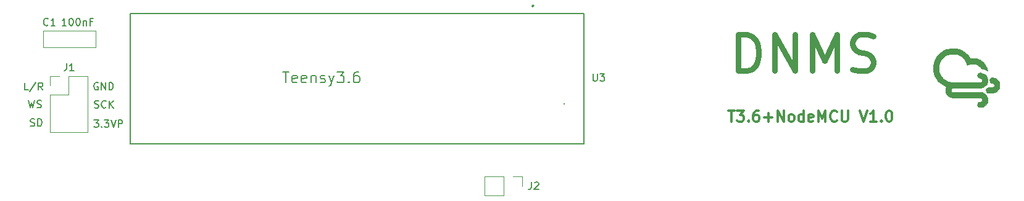
<source format=gbr>
G04 #@! TF.GenerationSoftware,KiCad,Pcbnew,(5.1.4)-1*
G04 #@! TF.CreationDate,2019-11-19T17:41:37+01:00*
G04 #@! TF.ProjectId,DNMS,444e4d53-2e6b-4696-9361-645f70636258,0.9.0*
G04 #@! TF.SameCoordinates,Original*
G04 #@! TF.FileFunction,Legend,Top*
G04 #@! TF.FilePolarity,Positive*
%FSLAX46Y46*%
G04 Gerber Fmt 4.6, Leading zero omitted, Abs format (unit mm)*
G04 Created by KiCad (PCBNEW (5.1.4)-1) date 2019-11-19 17:41:37*
%MOMM*%
%LPD*%
G04 APERTURE LIST*
%ADD10C,0.150000*%
%ADD11C,0.300000*%
%ADD12C,0.750000*%
%ADD13C,0.120000*%
%ADD14C,0.127000*%
%ADD15C,0.152400*%
%ADD16C,0.010000*%
%ADD17C,0.200000*%
G04 APERTURE END LIST*
D10*
X61080965Y-77801101D02*
X61223822Y-77848720D01*
X61461918Y-77848720D01*
X61557156Y-77801101D01*
X61604775Y-77753482D01*
X61652394Y-77658244D01*
X61652394Y-77563006D01*
X61604775Y-77467768D01*
X61557156Y-77420149D01*
X61461918Y-77372530D01*
X61271441Y-77324911D01*
X61176203Y-77277292D01*
X61128584Y-77229673D01*
X61080965Y-77134435D01*
X61080965Y-77039197D01*
X61128584Y-76943959D01*
X61176203Y-76896340D01*
X61271441Y-76848720D01*
X61509537Y-76848720D01*
X61652394Y-76896340D01*
X62652394Y-77753482D02*
X62604775Y-77801101D01*
X62461918Y-77848720D01*
X62366680Y-77848720D01*
X62223822Y-77801101D01*
X62128584Y-77705863D01*
X62080965Y-77610625D01*
X62033346Y-77420149D01*
X62033346Y-77277292D01*
X62080965Y-77086816D01*
X62128584Y-76991578D01*
X62223822Y-76896340D01*
X62366680Y-76848720D01*
X62461918Y-76848720D01*
X62604775Y-76896340D01*
X62652394Y-76943959D01*
X63080965Y-77848720D02*
X63080965Y-76848720D01*
X63652394Y-77848720D02*
X63223822Y-77277292D01*
X63652394Y-76848720D02*
X63080965Y-77420149D01*
D11*
X147992451Y-78228451D02*
X148849594Y-78228451D01*
X148421022Y-79728451D02*
X148421022Y-78228451D01*
X149206737Y-78228451D02*
X150135308Y-78228451D01*
X149635308Y-78799880D01*
X149849594Y-78799880D01*
X149992451Y-78871308D01*
X150063880Y-78942737D01*
X150135308Y-79085594D01*
X150135308Y-79442737D01*
X150063880Y-79585594D01*
X149992451Y-79657022D01*
X149849594Y-79728451D01*
X149421022Y-79728451D01*
X149278165Y-79657022D01*
X149206737Y-79585594D01*
X150778165Y-79585594D02*
X150849594Y-79657022D01*
X150778165Y-79728451D01*
X150706737Y-79657022D01*
X150778165Y-79585594D01*
X150778165Y-79728451D01*
X152135308Y-78228451D02*
X151849594Y-78228451D01*
X151706737Y-78299880D01*
X151635308Y-78371308D01*
X151492451Y-78585594D01*
X151421022Y-78871308D01*
X151421022Y-79442737D01*
X151492451Y-79585594D01*
X151563880Y-79657022D01*
X151706737Y-79728451D01*
X151992451Y-79728451D01*
X152135308Y-79657022D01*
X152206737Y-79585594D01*
X152278165Y-79442737D01*
X152278165Y-79085594D01*
X152206737Y-78942737D01*
X152135308Y-78871308D01*
X151992451Y-78799880D01*
X151706737Y-78799880D01*
X151563880Y-78871308D01*
X151492451Y-78942737D01*
X151421022Y-79085594D01*
X152921022Y-79157022D02*
X154063880Y-79157022D01*
X153492451Y-79728451D02*
X153492451Y-78585594D01*
X154778165Y-79728451D02*
X154778165Y-78228451D01*
X155635308Y-79728451D01*
X155635308Y-78228451D01*
X156563880Y-79728451D02*
X156421022Y-79657022D01*
X156349594Y-79585594D01*
X156278165Y-79442737D01*
X156278165Y-79014165D01*
X156349594Y-78871308D01*
X156421022Y-78799880D01*
X156563880Y-78728451D01*
X156778165Y-78728451D01*
X156921022Y-78799880D01*
X156992451Y-78871308D01*
X157063880Y-79014165D01*
X157063880Y-79442737D01*
X156992451Y-79585594D01*
X156921022Y-79657022D01*
X156778165Y-79728451D01*
X156563880Y-79728451D01*
X158349594Y-79728451D02*
X158349594Y-78228451D01*
X158349594Y-79657022D02*
X158206737Y-79728451D01*
X157921022Y-79728451D01*
X157778165Y-79657022D01*
X157706737Y-79585594D01*
X157635308Y-79442737D01*
X157635308Y-79014165D01*
X157706737Y-78871308D01*
X157778165Y-78799880D01*
X157921022Y-78728451D01*
X158206737Y-78728451D01*
X158349594Y-78799880D01*
X159635308Y-79657022D02*
X159492451Y-79728451D01*
X159206737Y-79728451D01*
X159063880Y-79657022D01*
X158992451Y-79514165D01*
X158992451Y-78942737D01*
X159063880Y-78799880D01*
X159206737Y-78728451D01*
X159492451Y-78728451D01*
X159635308Y-78799880D01*
X159706737Y-78942737D01*
X159706737Y-79085594D01*
X158992451Y-79228451D01*
X160349594Y-79728451D02*
X160349594Y-78228451D01*
X160849594Y-79299880D01*
X161349594Y-78228451D01*
X161349594Y-79728451D01*
X162921022Y-79585594D02*
X162849594Y-79657022D01*
X162635308Y-79728451D01*
X162492451Y-79728451D01*
X162278165Y-79657022D01*
X162135308Y-79514165D01*
X162063880Y-79371308D01*
X161992451Y-79085594D01*
X161992451Y-78871308D01*
X162063880Y-78585594D01*
X162135308Y-78442737D01*
X162278165Y-78299880D01*
X162492451Y-78228451D01*
X162635308Y-78228451D01*
X162849594Y-78299880D01*
X162921022Y-78371308D01*
X163563880Y-78228451D02*
X163563880Y-79442737D01*
X163635308Y-79585594D01*
X163706737Y-79657022D01*
X163849594Y-79728451D01*
X164135308Y-79728451D01*
X164278165Y-79657022D01*
X164349594Y-79585594D01*
X164421022Y-79442737D01*
X164421022Y-78228451D01*
X166063880Y-78228451D02*
X166563880Y-79728451D01*
X167063880Y-78228451D01*
X168349594Y-79728451D02*
X167492451Y-79728451D01*
X167921022Y-79728451D02*
X167921022Y-78228451D01*
X167778165Y-78442737D01*
X167635308Y-78585594D01*
X167492451Y-78657022D01*
X168992451Y-79585594D02*
X169063880Y-79657022D01*
X168992451Y-79728451D01*
X168921022Y-79657022D01*
X168992451Y-79585594D01*
X168992451Y-79728451D01*
X169992451Y-78228451D02*
X170135308Y-78228451D01*
X170278165Y-78299880D01*
X170349594Y-78371308D01*
X170421022Y-78514165D01*
X170492451Y-78799880D01*
X170492451Y-79157022D01*
X170421022Y-79442737D01*
X170349594Y-79585594D01*
X170278165Y-79657022D01*
X170135308Y-79728451D01*
X169992451Y-79728451D01*
X169849594Y-79657022D01*
X169778165Y-79585594D01*
X169706737Y-79442737D01*
X169635308Y-79157022D01*
X169635308Y-78799880D01*
X169706737Y-78514165D01*
X169778165Y-78371308D01*
X169849594Y-78299880D01*
X169992451Y-78228451D01*
D12*
X149339493Y-72762144D02*
X149339493Y-67762144D01*
X150529969Y-67762144D01*
X151244255Y-68000240D01*
X151720445Y-68476430D01*
X151958540Y-68952620D01*
X152196636Y-69905001D01*
X152196636Y-70619287D01*
X151958540Y-71571668D01*
X151720445Y-72047859D01*
X151244255Y-72524049D01*
X150529969Y-72762144D01*
X149339493Y-72762144D01*
X154339493Y-72762144D02*
X154339493Y-67762144D01*
X157196636Y-72762144D01*
X157196636Y-67762144D01*
X159577588Y-72762144D02*
X159577588Y-67762144D01*
X161244255Y-71333573D01*
X162910921Y-67762144D01*
X162910921Y-72762144D01*
X165053779Y-72524049D02*
X165768064Y-72762144D01*
X166958540Y-72762144D01*
X167434731Y-72524049D01*
X167672826Y-72285954D01*
X167910921Y-71809763D01*
X167910921Y-71333573D01*
X167672826Y-70857382D01*
X167434731Y-70619287D01*
X166958540Y-70381192D01*
X166006160Y-70143097D01*
X165529969Y-69905001D01*
X165291874Y-69666906D01*
X165053779Y-69190716D01*
X165053779Y-68714525D01*
X165291874Y-68238335D01*
X165529969Y-68000240D01*
X166006160Y-67762144D01*
X167196636Y-67762144D01*
X167910921Y-68000240D01*
D10*
X52294725Y-80308081D02*
X52437582Y-80355700D01*
X52675678Y-80355700D01*
X52770916Y-80308081D01*
X52818535Y-80260462D01*
X52866154Y-80165224D01*
X52866154Y-80069986D01*
X52818535Y-79974748D01*
X52770916Y-79927129D01*
X52675678Y-79879510D01*
X52485201Y-79831891D01*
X52389963Y-79784272D01*
X52342344Y-79736653D01*
X52294725Y-79641415D01*
X52294725Y-79546177D01*
X52342344Y-79450939D01*
X52389963Y-79403320D01*
X52485201Y-79355700D01*
X52723297Y-79355700D01*
X52866154Y-79403320D01*
X53294725Y-80355700D02*
X53294725Y-79355700D01*
X53532820Y-79355700D01*
X53675678Y-79403320D01*
X53770916Y-79498558D01*
X53818535Y-79593796D01*
X53866154Y-79784272D01*
X53866154Y-79927129D01*
X53818535Y-80117605D01*
X53770916Y-80212843D01*
X53675678Y-80308081D01*
X53532820Y-80355700D01*
X53294725Y-80355700D01*
X52023278Y-76818240D02*
X52261373Y-77818240D01*
X52451849Y-77103955D01*
X52642325Y-77818240D01*
X52880420Y-76818240D01*
X53213754Y-77770621D02*
X53356611Y-77818240D01*
X53594706Y-77818240D01*
X53689944Y-77770621D01*
X53737563Y-77723002D01*
X53785182Y-77627764D01*
X53785182Y-77532526D01*
X53737563Y-77437288D01*
X53689944Y-77389669D01*
X53594706Y-77342050D01*
X53404230Y-77294431D01*
X53308992Y-77246812D01*
X53261373Y-77199193D01*
X53213754Y-77103955D01*
X53213754Y-77008717D01*
X53261373Y-76913479D01*
X53308992Y-76865860D01*
X53404230Y-76818240D01*
X53642325Y-76818240D01*
X53785182Y-76865860D01*
X61000089Y-79505560D02*
X61619137Y-79505560D01*
X61285803Y-79886513D01*
X61428660Y-79886513D01*
X61523899Y-79934132D01*
X61571518Y-79981751D01*
X61619137Y-80076989D01*
X61619137Y-80315084D01*
X61571518Y-80410322D01*
X61523899Y-80457941D01*
X61428660Y-80505560D01*
X61142946Y-80505560D01*
X61047708Y-80457941D01*
X61000089Y-80410322D01*
X62047708Y-80410322D02*
X62095327Y-80457941D01*
X62047708Y-80505560D01*
X62000089Y-80457941D01*
X62047708Y-80410322D01*
X62047708Y-80505560D01*
X62428660Y-79505560D02*
X63047708Y-79505560D01*
X62714375Y-79886513D01*
X62857232Y-79886513D01*
X62952470Y-79934132D01*
X63000089Y-79981751D01*
X63047708Y-80076989D01*
X63047708Y-80315084D01*
X63000089Y-80410322D01*
X62952470Y-80457941D01*
X62857232Y-80505560D01*
X62571518Y-80505560D01*
X62476280Y-80457941D01*
X62428660Y-80410322D01*
X63333422Y-79505560D02*
X63666756Y-80505560D01*
X64000089Y-79505560D01*
X64333422Y-80505560D02*
X64333422Y-79505560D01*
X64714375Y-79505560D01*
X64809613Y-79553180D01*
X64857232Y-79600799D01*
X64904851Y-79696037D01*
X64904851Y-79838894D01*
X64857232Y-79934132D01*
X64809613Y-79981751D01*
X64714375Y-80029370D01*
X64333422Y-80029370D01*
X52010554Y-75382380D02*
X51534363Y-75382380D01*
X51534363Y-74382380D01*
X53058173Y-74334761D02*
X52201030Y-75620476D01*
X53962935Y-75382380D02*
X53629601Y-74906190D01*
X53391506Y-75382380D02*
X53391506Y-74382380D01*
X53772459Y-74382380D01*
X53867697Y-74430000D01*
X53915316Y-74477619D01*
X53962935Y-74572857D01*
X53962935Y-74715714D01*
X53915316Y-74810952D01*
X53867697Y-74858571D01*
X53772459Y-74906190D01*
X53391506Y-74906190D01*
X61553975Y-74409680D02*
X61458737Y-74362060D01*
X61315880Y-74362060D01*
X61173022Y-74409680D01*
X61077784Y-74504918D01*
X61030165Y-74600156D01*
X60982546Y-74790632D01*
X60982546Y-74933489D01*
X61030165Y-75123965D01*
X61077784Y-75219203D01*
X61173022Y-75314441D01*
X61315880Y-75362060D01*
X61411118Y-75362060D01*
X61553975Y-75314441D01*
X61601594Y-75266822D01*
X61601594Y-74933489D01*
X61411118Y-74933489D01*
X62030165Y-75362060D02*
X62030165Y-74362060D01*
X62601594Y-75362060D01*
X62601594Y-74362060D01*
X63077784Y-75362060D02*
X63077784Y-74362060D01*
X63315880Y-74362060D01*
X63458737Y-74409680D01*
X63553975Y-74504918D01*
X63601594Y-74600156D01*
X63649213Y-74790632D01*
X63649213Y-74933489D01*
X63601594Y-75123965D01*
X63553975Y-75219203D01*
X63458737Y-75314441D01*
X63315880Y-75362060D01*
X63077784Y-75362060D01*
D13*
X54935600Y-73460300D02*
X56265600Y-73460300D01*
X54935600Y-74790300D02*
X54935600Y-73460300D01*
X57535600Y-73460300D02*
X60135600Y-73460300D01*
X57535600Y-76060300D02*
X57535600Y-73460300D01*
X54935600Y-76060300D02*
X57535600Y-76060300D01*
X60135600Y-73460300D02*
X60135600Y-81200300D01*
X54935600Y-76060300D02*
X54935600Y-81200300D01*
X54935600Y-81200300D02*
X60135600Y-81200300D01*
D14*
X128242800Y-64812400D02*
X65942800Y-64812400D01*
X65942800Y-64812400D02*
X65942800Y-82812400D01*
X65942800Y-82812400D02*
X128242800Y-82812400D01*
X128242800Y-82812400D02*
X128242800Y-64812400D01*
D15*
X121334220Y-63812400D02*
G75*
G03X121334220Y-63812400I-141420J0D01*
G01*
X125492800Y-77212400D02*
X125492800Y-77312400D01*
D16*
G36*
X179119599Y-69677645D02*
G01*
X179368201Y-69700483D01*
X179582559Y-69736500D01*
X179751354Y-69784021D01*
X179818336Y-69813228D01*
X179888261Y-69845941D01*
X179932499Y-69859957D01*
X179932856Y-69859964D01*
X179969884Y-69874985D01*
X180047875Y-69915056D01*
X180153097Y-69972971D01*
X180210039Y-70005450D01*
X180432042Y-70152894D01*
X180655085Y-70335506D01*
X180860571Y-70536229D01*
X181029900Y-70738009D01*
X181068527Y-70792711D01*
X181205394Y-70996007D01*
X181508979Y-70994587D01*
X181699886Y-71000351D01*
X181887670Y-71017777D01*
X182055501Y-71044443D01*
X182186548Y-71077929D01*
X182239297Y-71099641D01*
X182295696Y-71127289D01*
X182385260Y-71169330D01*
X182443424Y-71196055D01*
X182522779Y-71239408D01*
X182625632Y-71305470D01*
X182739765Y-71385095D01*
X182852958Y-71469135D01*
X182952993Y-71548441D01*
X183027651Y-71613867D01*
X183064713Y-71656263D01*
X183066690Y-71662679D01*
X183086330Y-71699799D01*
X183134395Y-71759324D01*
X183142190Y-71767857D01*
X183206908Y-71852727D01*
X183282693Y-71974289D01*
X183359537Y-72113660D01*
X183427434Y-72251959D01*
X183476375Y-72370303D01*
X183494138Y-72431910D01*
X183518817Y-72530293D01*
X183549500Y-72613141D01*
X183550128Y-72614424D01*
X183572223Y-72679025D01*
X183552633Y-72703254D01*
X183488374Y-72687646D01*
X183394342Y-72642362D01*
X183222520Y-72555074D01*
X183084153Y-72495893D01*
X182959984Y-72457520D01*
X182847996Y-72435300D01*
X182726815Y-72405852D01*
X182651479Y-72359559D01*
X182629410Y-72333174D01*
X182495652Y-72163333D01*
X182346411Y-72024176D01*
X182166046Y-71903470D01*
X181938913Y-71788977D01*
X181926663Y-71783471D01*
X181862830Y-71768823D01*
X181753488Y-71757313D01*
X181616607Y-71750487D01*
X181529788Y-71749285D01*
X181356415Y-71752783D01*
X181223181Y-71767040D01*
X181106928Y-71797696D01*
X180984500Y-71850393D01*
X180871041Y-71909762D01*
X180799758Y-71945702D01*
X180764706Y-71943092D01*
X180747334Y-71892460D01*
X180738845Y-71842257D01*
X180703870Y-71719381D01*
X180638313Y-71565834D01*
X180551859Y-71400047D01*
X180454195Y-71240446D01*
X180355009Y-71105460D01*
X180345822Y-71094543D01*
X180174823Y-70917646D01*
X179983247Y-70758412D01*
X179791155Y-70632706D01*
X179708668Y-70590745D01*
X179611310Y-70545709D01*
X179531809Y-70507628D01*
X179505413Y-70494278D01*
X179404976Y-70459472D01*
X179256730Y-70431925D01*
X179076117Y-70413254D01*
X178878575Y-70405076D01*
X178687544Y-70408588D01*
X178380218Y-70443303D01*
X178109099Y-70517307D01*
X177856608Y-70636133D01*
X177745065Y-70705248D01*
X177623612Y-70797798D01*
X177491311Y-70917682D01*
X177363184Y-71049329D01*
X177254251Y-71177166D01*
X177179533Y-71285623D01*
X177172361Y-71298952D01*
X177132709Y-71370555D01*
X177103424Y-71413502D01*
X177100899Y-71415910D01*
X177074642Y-71458051D01*
X177036730Y-71543322D01*
X176993835Y-71654055D01*
X176952627Y-71772581D01*
X176919777Y-71881231D01*
X176909111Y-71923910D01*
X176889536Y-72054646D01*
X176879841Y-72216739D01*
X176879238Y-72395647D01*
X176886942Y-72576824D01*
X176902167Y-72745726D01*
X176924126Y-72887811D01*
X176952035Y-72988534D01*
X176968302Y-73019285D01*
X176994564Y-73068462D01*
X177028533Y-73147991D01*
X177034004Y-73162160D01*
X177145216Y-73383474D01*
X177305404Y-73604251D01*
X177501513Y-73810363D01*
X177720489Y-73987684D01*
X177896864Y-74095920D01*
X177984995Y-74142002D01*
X178065179Y-74181800D01*
X178142624Y-74215774D01*
X178222538Y-74244386D01*
X178310128Y-74268096D01*
X178410600Y-74287364D01*
X178529164Y-74302652D01*
X178671026Y-74314419D01*
X178841393Y-74323126D01*
X179045474Y-74329235D01*
X179288475Y-74333205D01*
X179575604Y-74335497D01*
X179912069Y-74336572D01*
X180303076Y-74336890D01*
X180621324Y-74336910D01*
X182644667Y-74336910D01*
X182728678Y-74259051D01*
X182786932Y-74187591D01*
X182810354Y-74100472D01*
X182812690Y-74042335D01*
X182790148Y-73911120D01*
X182720239Y-73818920D01*
X182599532Y-73762197D01*
X182526583Y-73747131D01*
X182368639Y-73693600D01*
X182280877Y-73628190D01*
X182217161Y-73559125D01*
X182186981Y-73491806D01*
X182178762Y-73396994D01*
X182178746Y-73370244D01*
X182195599Y-73229584D01*
X182251056Y-73127460D01*
X182355730Y-73047564D01*
X182405299Y-73022146D01*
X182466664Y-72995882D01*
X182521022Y-72985009D01*
X182587584Y-72989946D01*
X182685560Y-73011112D01*
X182760005Y-73029875D01*
X183019199Y-73123462D01*
X183230493Y-73258281D01*
X183392602Y-73432694D01*
X183504239Y-73645063D01*
X183564119Y-73893748D01*
X183574690Y-74067793D01*
X183571407Y-74191484D01*
X183562666Y-74289187D01*
X183550128Y-74344839D01*
X183545382Y-74351275D01*
X183517710Y-74392932D01*
X183496557Y-74458254D01*
X183456532Y-74547170D01*
X183378182Y-74656325D01*
X183275602Y-74770120D01*
X183162885Y-74872953D01*
X183054127Y-74949225D01*
X183051792Y-74950538D01*
X182997087Y-74979867D01*
X182942317Y-75005058D01*
X182882421Y-75026428D01*
X182812336Y-75044288D01*
X182726999Y-75058953D01*
X182621349Y-75070736D01*
X182490321Y-75079951D01*
X182328854Y-75086911D01*
X182131884Y-75091931D01*
X181894351Y-75095323D01*
X181611190Y-75097402D01*
X181277339Y-75098480D01*
X180887737Y-75098873D01*
X180656763Y-75098910D01*
X178726212Y-75098910D01*
X178642201Y-75176768D01*
X178575487Y-75278383D01*
X178556622Y-75401811D01*
X178586586Y-75526021D01*
X178623131Y-75585655D01*
X178688072Y-75668215D01*
X180742443Y-75677250D01*
X182796815Y-75686285D01*
X182994516Y-75792747D01*
X183211956Y-75941422D01*
X183380976Y-76122252D01*
X183500300Y-76327143D01*
X183568652Y-76548000D01*
X183584756Y-76776728D01*
X183547335Y-77005231D01*
X183455113Y-77225416D01*
X183306813Y-77429187D01*
X183260115Y-77477310D01*
X183101519Y-77605543D01*
X182930651Y-77686760D01*
X182731282Y-77727042D01*
X182574849Y-77734160D01*
X182452751Y-77731846D01*
X182374355Y-77721148D01*
X182319921Y-77696429D01*
X182269710Y-77652051D01*
X182263005Y-77645110D01*
X182207759Y-77573181D01*
X182182704Y-77491840D01*
X182177690Y-77397050D01*
X182196676Y-77262444D01*
X182258041Y-77159863D01*
X182368389Y-77082511D01*
X182534326Y-77023591D01*
X182542815Y-77021366D01*
X182650646Y-76986689D01*
X182735749Y-76947178D01*
X182773002Y-76918384D01*
X182801353Y-76842666D01*
X182811610Y-76735944D01*
X182803050Y-76628294D01*
X182781610Y-76560662D01*
X182765366Y-76535029D01*
X182743008Y-76513052D01*
X182709857Y-76494450D01*
X182661234Y-76478942D01*
X182592460Y-76466250D01*
X182498856Y-76456092D01*
X182375743Y-76448188D01*
X182218441Y-76442258D01*
X182022273Y-76438023D01*
X181782558Y-76435201D01*
X181494619Y-76433513D01*
X181153775Y-76432679D01*
X180755348Y-76432418D01*
X180639747Y-76432410D01*
X180216358Y-76432309D01*
X179851480Y-76431714D01*
X179540122Y-76430181D01*
X179277296Y-76427268D01*
X179058012Y-76422531D01*
X178877280Y-76415528D01*
X178730110Y-76405817D01*
X178611515Y-76392954D01*
X178516503Y-76376497D01*
X178440085Y-76356003D01*
X178377272Y-76331030D01*
X178323074Y-76301135D01*
X178272502Y-76265875D01*
X178220566Y-76224808D01*
X178210861Y-76216906D01*
X178071199Y-76095464D01*
X177976135Y-75992447D01*
X177914996Y-75895014D01*
X177888578Y-75829160D01*
X177857016Y-75747267D01*
X177827516Y-75692023D01*
X177824104Y-75687872D01*
X177805915Y-75634713D01*
X177796894Y-75537063D01*
X177796423Y-75413173D01*
X177803883Y-75281292D01*
X177818655Y-75159673D01*
X177840120Y-75066565D01*
X177845674Y-75051730D01*
X177874439Y-74976175D01*
X177886291Y-74931030D01*
X177885362Y-74926344D01*
X177853428Y-74910446D01*
X177781543Y-74876855D01*
X177716815Y-74847212D01*
X177462181Y-74710697D01*
X177207691Y-74536649D01*
X176968771Y-74337908D01*
X176760845Y-74127313D01*
X176599337Y-73917705D01*
X176598375Y-73916223D01*
X176545046Y-73835703D01*
X176505713Y-73779496D01*
X176494415Y-73765410D01*
X176473367Y-73730509D01*
X176434365Y-73654671D01*
X176388105Y-73559035D01*
X176336727Y-73451139D01*
X176292320Y-73359758D01*
X176267277Y-73310062D01*
X176227950Y-73200300D01*
X176195599Y-73040425D01*
X176170827Y-72843503D01*
X176154241Y-72622601D01*
X176146444Y-72390784D01*
X176148042Y-72161120D01*
X176159640Y-71946673D01*
X176181842Y-71760512D01*
X176192817Y-71701650D01*
X176296716Y-71356733D01*
X176457665Y-71023677D01*
X176669359Y-70710024D01*
X176925493Y-70423320D01*
X177219765Y-70171107D01*
X177545868Y-69960930D01*
X177720949Y-69873020D01*
X177939342Y-69786443D01*
X178164294Y-69725895D01*
X178411630Y-69688521D01*
X178697171Y-69671467D01*
X178848071Y-69669659D01*
X179119599Y-69677645D01*
X179119599Y-69677645D01*
G37*
X179119599Y-69677645D02*
X179368201Y-69700483D01*
X179582559Y-69736500D01*
X179751354Y-69784021D01*
X179818336Y-69813228D01*
X179888261Y-69845941D01*
X179932499Y-69859957D01*
X179932856Y-69859964D01*
X179969884Y-69874985D01*
X180047875Y-69915056D01*
X180153097Y-69972971D01*
X180210039Y-70005450D01*
X180432042Y-70152894D01*
X180655085Y-70335506D01*
X180860571Y-70536229D01*
X181029900Y-70738009D01*
X181068527Y-70792711D01*
X181205394Y-70996007D01*
X181508979Y-70994587D01*
X181699886Y-71000351D01*
X181887670Y-71017777D01*
X182055501Y-71044443D01*
X182186548Y-71077929D01*
X182239297Y-71099641D01*
X182295696Y-71127289D01*
X182385260Y-71169330D01*
X182443424Y-71196055D01*
X182522779Y-71239408D01*
X182625632Y-71305470D01*
X182739765Y-71385095D01*
X182852958Y-71469135D01*
X182952993Y-71548441D01*
X183027651Y-71613867D01*
X183064713Y-71656263D01*
X183066690Y-71662679D01*
X183086330Y-71699799D01*
X183134395Y-71759324D01*
X183142190Y-71767857D01*
X183206908Y-71852727D01*
X183282693Y-71974289D01*
X183359537Y-72113660D01*
X183427434Y-72251959D01*
X183476375Y-72370303D01*
X183494138Y-72431910D01*
X183518817Y-72530293D01*
X183549500Y-72613141D01*
X183550128Y-72614424D01*
X183572223Y-72679025D01*
X183552633Y-72703254D01*
X183488374Y-72687646D01*
X183394342Y-72642362D01*
X183222520Y-72555074D01*
X183084153Y-72495893D01*
X182959984Y-72457520D01*
X182847996Y-72435300D01*
X182726815Y-72405852D01*
X182651479Y-72359559D01*
X182629410Y-72333174D01*
X182495652Y-72163333D01*
X182346411Y-72024176D01*
X182166046Y-71903470D01*
X181938913Y-71788977D01*
X181926663Y-71783471D01*
X181862830Y-71768823D01*
X181753488Y-71757313D01*
X181616607Y-71750487D01*
X181529788Y-71749285D01*
X181356415Y-71752783D01*
X181223181Y-71767040D01*
X181106928Y-71797696D01*
X180984500Y-71850393D01*
X180871041Y-71909762D01*
X180799758Y-71945702D01*
X180764706Y-71943092D01*
X180747334Y-71892460D01*
X180738845Y-71842257D01*
X180703870Y-71719381D01*
X180638313Y-71565834D01*
X180551859Y-71400047D01*
X180454195Y-71240446D01*
X180355009Y-71105460D01*
X180345822Y-71094543D01*
X180174823Y-70917646D01*
X179983247Y-70758412D01*
X179791155Y-70632706D01*
X179708668Y-70590745D01*
X179611310Y-70545709D01*
X179531809Y-70507628D01*
X179505413Y-70494278D01*
X179404976Y-70459472D01*
X179256730Y-70431925D01*
X179076117Y-70413254D01*
X178878575Y-70405076D01*
X178687544Y-70408588D01*
X178380218Y-70443303D01*
X178109099Y-70517307D01*
X177856608Y-70636133D01*
X177745065Y-70705248D01*
X177623612Y-70797798D01*
X177491311Y-70917682D01*
X177363184Y-71049329D01*
X177254251Y-71177166D01*
X177179533Y-71285623D01*
X177172361Y-71298952D01*
X177132709Y-71370555D01*
X177103424Y-71413502D01*
X177100899Y-71415910D01*
X177074642Y-71458051D01*
X177036730Y-71543322D01*
X176993835Y-71654055D01*
X176952627Y-71772581D01*
X176919777Y-71881231D01*
X176909111Y-71923910D01*
X176889536Y-72054646D01*
X176879841Y-72216739D01*
X176879238Y-72395647D01*
X176886942Y-72576824D01*
X176902167Y-72745726D01*
X176924126Y-72887811D01*
X176952035Y-72988534D01*
X176968302Y-73019285D01*
X176994564Y-73068462D01*
X177028533Y-73147991D01*
X177034004Y-73162160D01*
X177145216Y-73383474D01*
X177305404Y-73604251D01*
X177501513Y-73810363D01*
X177720489Y-73987684D01*
X177896864Y-74095920D01*
X177984995Y-74142002D01*
X178065179Y-74181800D01*
X178142624Y-74215774D01*
X178222538Y-74244386D01*
X178310128Y-74268096D01*
X178410600Y-74287364D01*
X178529164Y-74302652D01*
X178671026Y-74314419D01*
X178841393Y-74323126D01*
X179045474Y-74329235D01*
X179288475Y-74333205D01*
X179575604Y-74335497D01*
X179912069Y-74336572D01*
X180303076Y-74336890D01*
X180621324Y-74336910D01*
X182644667Y-74336910D01*
X182728678Y-74259051D01*
X182786932Y-74187591D01*
X182810354Y-74100472D01*
X182812690Y-74042335D01*
X182790148Y-73911120D01*
X182720239Y-73818920D01*
X182599532Y-73762197D01*
X182526583Y-73747131D01*
X182368639Y-73693600D01*
X182280877Y-73628190D01*
X182217161Y-73559125D01*
X182186981Y-73491806D01*
X182178762Y-73396994D01*
X182178746Y-73370244D01*
X182195599Y-73229584D01*
X182251056Y-73127460D01*
X182355730Y-73047564D01*
X182405299Y-73022146D01*
X182466664Y-72995882D01*
X182521022Y-72985009D01*
X182587584Y-72989946D01*
X182685560Y-73011112D01*
X182760005Y-73029875D01*
X183019199Y-73123462D01*
X183230493Y-73258281D01*
X183392602Y-73432694D01*
X183504239Y-73645063D01*
X183564119Y-73893748D01*
X183574690Y-74067793D01*
X183571407Y-74191484D01*
X183562666Y-74289187D01*
X183550128Y-74344839D01*
X183545382Y-74351275D01*
X183517710Y-74392932D01*
X183496557Y-74458254D01*
X183456532Y-74547170D01*
X183378182Y-74656325D01*
X183275602Y-74770120D01*
X183162885Y-74872953D01*
X183054127Y-74949225D01*
X183051792Y-74950538D01*
X182997087Y-74979867D01*
X182942317Y-75005058D01*
X182882421Y-75026428D01*
X182812336Y-75044288D01*
X182726999Y-75058953D01*
X182621349Y-75070736D01*
X182490321Y-75079951D01*
X182328854Y-75086911D01*
X182131884Y-75091931D01*
X181894351Y-75095323D01*
X181611190Y-75097402D01*
X181277339Y-75098480D01*
X180887737Y-75098873D01*
X180656763Y-75098910D01*
X178726212Y-75098910D01*
X178642201Y-75176768D01*
X178575487Y-75278383D01*
X178556622Y-75401811D01*
X178586586Y-75526021D01*
X178623131Y-75585655D01*
X178688072Y-75668215D01*
X180742443Y-75677250D01*
X182796815Y-75686285D01*
X182994516Y-75792747D01*
X183211956Y-75941422D01*
X183380976Y-76122252D01*
X183500300Y-76327143D01*
X183568652Y-76548000D01*
X183584756Y-76776728D01*
X183547335Y-77005231D01*
X183455113Y-77225416D01*
X183306813Y-77429187D01*
X183260115Y-77477310D01*
X183101519Y-77605543D01*
X182930651Y-77686760D01*
X182731282Y-77727042D01*
X182574849Y-77734160D01*
X182452751Y-77731846D01*
X182374355Y-77721148D01*
X182319921Y-77696429D01*
X182269710Y-77652051D01*
X182263005Y-77645110D01*
X182207759Y-77573181D01*
X182182704Y-77491840D01*
X182177690Y-77397050D01*
X182196676Y-77262444D01*
X182258041Y-77159863D01*
X182368389Y-77082511D01*
X182534326Y-77023591D01*
X182542815Y-77021366D01*
X182650646Y-76986689D01*
X182735749Y-76947178D01*
X182773002Y-76918384D01*
X182801353Y-76842666D01*
X182811610Y-76735944D01*
X182803050Y-76628294D01*
X182781610Y-76560662D01*
X182765366Y-76535029D01*
X182743008Y-76513052D01*
X182709857Y-76494450D01*
X182661234Y-76478942D01*
X182592460Y-76466250D01*
X182498856Y-76456092D01*
X182375743Y-76448188D01*
X182218441Y-76442258D01*
X182022273Y-76438023D01*
X181782558Y-76435201D01*
X181494619Y-76433513D01*
X181153775Y-76432679D01*
X180755348Y-76432418D01*
X180639747Y-76432410D01*
X180216358Y-76432309D01*
X179851480Y-76431714D01*
X179540122Y-76430181D01*
X179277296Y-76427268D01*
X179058012Y-76422531D01*
X178877280Y-76415528D01*
X178730110Y-76405817D01*
X178611515Y-76392954D01*
X178516503Y-76376497D01*
X178440085Y-76356003D01*
X178377272Y-76331030D01*
X178323074Y-76301135D01*
X178272502Y-76265875D01*
X178220566Y-76224808D01*
X178210861Y-76216906D01*
X178071199Y-76095464D01*
X177976135Y-75992447D01*
X177914996Y-75895014D01*
X177888578Y-75829160D01*
X177857016Y-75747267D01*
X177827516Y-75692023D01*
X177824104Y-75687872D01*
X177805915Y-75634713D01*
X177796894Y-75537063D01*
X177796423Y-75413173D01*
X177803883Y-75281292D01*
X177818655Y-75159673D01*
X177840120Y-75066565D01*
X177845674Y-75051730D01*
X177874439Y-74976175D01*
X177886291Y-74931030D01*
X177885362Y-74926344D01*
X177853428Y-74910446D01*
X177781543Y-74876855D01*
X177716815Y-74847212D01*
X177462181Y-74710697D01*
X177207691Y-74536649D01*
X176968771Y-74337908D01*
X176760845Y-74127313D01*
X176599337Y-73917705D01*
X176598375Y-73916223D01*
X176545046Y-73835703D01*
X176505713Y-73779496D01*
X176494415Y-73765410D01*
X176473367Y-73730509D01*
X176434365Y-73654671D01*
X176388105Y-73559035D01*
X176336727Y-73451139D01*
X176292320Y-73359758D01*
X176267277Y-73310062D01*
X176227950Y-73200300D01*
X176195599Y-73040425D01*
X176170827Y-72843503D01*
X176154241Y-72622601D01*
X176146444Y-72390784D01*
X176148042Y-72161120D01*
X176159640Y-71946673D01*
X176181842Y-71760512D01*
X176192817Y-71701650D01*
X176296716Y-71356733D01*
X176457665Y-71023677D01*
X176669359Y-70710024D01*
X176925493Y-70423320D01*
X177219765Y-70171107D01*
X177545868Y-69960930D01*
X177720949Y-69873020D01*
X177939342Y-69786443D01*
X178164294Y-69725895D01*
X178411630Y-69688521D01*
X178697171Y-69671467D01*
X178848071Y-69669659D01*
X179119599Y-69677645D01*
G36*
X184441069Y-73697600D02*
G01*
X184557123Y-73735872D01*
X184783054Y-73843987D01*
X184963180Y-73983389D01*
X185112156Y-74165960D01*
X185138693Y-74207388D01*
X185173122Y-74274531D01*
X185196020Y-74353448D01*
X185210456Y-74460444D01*
X185219500Y-74611828D01*
X185220726Y-74643256D01*
X185222706Y-74846661D01*
X185208672Y-75004207D01*
X185174405Y-75132432D01*
X185115687Y-75247871D01*
X185039725Y-75352910D01*
X184958917Y-75450625D01*
X184891778Y-75518564D01*
X184817175Y-75574252D01*
X184713974Y-75635215D01*
X184670065Y-75659464D01*
X184602384Y-75694422D01*
X184539475Y-75718895D01*
X184467606Y-75735071D01*
X184373046Y-75745136D01*
X184242066Y-75751279D01*
X184066815Y-75755567D01*
X183899899Y-75756889D01*
X183751418Y-75754216D01*
X183635117Y-75748073D01*
X183564743Y-75738985D01*
X183555262Y-75736035D01*
X183451733Y-75660247D01*
X183382287Y-75546516D01*
X183350707Y-75412706D01*
X183360779Y-75276680D01*
X183416288Y-75156304D01*
X183429053Y-75140367D01*
X183464622Y-75102348D01*
X183502496Y-75076324D01*
X183555609Y-75059245D01*
X183636898Y-75048063D01*
X183759299Y-75039726D01*
X183881491Y-75033712D01*
X184096693Y-75019592D01*
X184256299Y-74997401D01*
X184368096Y-74962942D01*
X184439871Y-74912015D01*
X184479408Y-74840423D01*
X184494494Y-74743967D01*
X184495440Y-74702679D01*
X184468441Y-74582693D01*
X184396554Y-74489604D01*
X184293441Y-74437982D01*
X184241766Y-74432160D01*
X184142227Y-74414258D01*
X184057760Y-74376610D01*
X183947132Y-74290476D01*
X183886220Y-74197664D01*
X183862955Y-74076839D01*
X183861496Y-74029659D01*
X183865129Y-73927820D01*
X183885883Y-73861836D01*
X183936056Y-73804246D01*
X183978799Y-73767721D01*
X184109515Y-73692815D01*
X184261387Y-73669563D01*
X184441069Y-73697600D01*
X184441069Y-73697600D01*
G37*
X184441069Y-73697600D02*
X184557123Y-73735872D01*
X184783054Y-73843987D01*
X184963180Y-73983389D01*
X185112156Y-74165960D01*
X185138693Y-74207388D01*
X185173122Y-74274531D01*
X185196020Y-74353448D01*
X185210456Y-74460444D01*
X185219500Y-74611828D01*
X185220726Y-74643256D01*
X185222706Y-74846661D01*
X185208672Y-75004207D01*
X185174405Y-75132432D01*
X185115687Y-75247871D01*
X185039725Y-75352910D01*
X184958917Y-75450625D01*
X184891778Y-75518564D01*
X184817175Y-75574252D01*
X184713974Y-75635215D01*
X184670065Y-75659464D01*
X184602384Y-75694422D01*
X184539475Y-75718895D01*
X184467606Y-75735071D01*
X184373046Y-75745136D01*
X184242066Y-75751279D01*
X184066815Y-75755567D01*
X183899899Y-75756889D01*
X183751418Y-75754216D01*
X183635117Y-75748073D01*
X183564743Y-75738985D01*
X183555262Y-75736035D01*
X183451733Y-75660247D01*
X183382287Y-75546516D01*
X183350707Y-75412706D01*
X183360779Y-75276680D01*
X183416288Y-75156304D01*
X183429053Y-75140367D01*
X183464622Y-75102348D01*
X183502496Y-75076324D01*
X183555609Y-75059245D01*
X183636898Y-75048063D01*
X183759299Y-75039726D01*
X183881491Y-75033712D01*
X184096693Y-75019592D01*
X184256299Y-74997401D01*
X184368096Y-74962942D01*
X184439871Y-74912015D01*
X184479408Y-74840423D01*
X184494494Y-74743967D01*
X184495440Y-74702679D01*
X184468441Y-74582693D01*
X184396554Y-74489604D01*
X184293441Y-74437982D01*
X184241766Y-74432160D01*
X184142227Y-74414258D01*
X184057760Y-74376610D01*
X183947132Y-74290476D01*
X183886220Y-74197664D01*
X183862955Y-74076839D01*
X183861496Y-74029659D01*
X183865129Y-73927820D01*
X183885883Y-73861836D01*
X183936056Y-73804246D01*
X183978799Y-73767721D01*
X184109515Y-73692815D01*
X184261387Y-73669563D01*
X184441069Y-73697600D01*
D13*
X54011480Y-69471400D02*
X54011480Y-67231400D01*
X61251480Y-69471400D02*
X61251480Y-67231400D01*
X61251480Y-67231400D02*
X54011480Y-67231400D01*
X61251480Y-69471400D02*
X54011480Y-69471400D01*
X119770200Y-87290600D02*
X119770200Y-88620600D01*
X118440200Y-87290600D02*
X119770200Y-87290600D01*
X117170200Y-87290600D02*
X117170200Y-89950600D01*
X117170200Y-89950600D02*
X114570200Y-89950600D01*
X117170200Y-87290600D02*
X114570200Y-87290600D01*
X114570200Y-87290600D02*
X114570200Y-89950600D01*
D10*
X57263226Y-71723000D02*
X57263226Y-72437286D01*
X57215607Y-72580143D01*
X57120369Y-72675381D01*
X56977512Y-72723000D01*
X56882274Y-72723000D01*
X58263226Y-72723000D02*
X57691798Y-72723000D01*
X57977512Y-72723000D02*
X57977512Y-71723000D01*
X57882274Y-71865858D01*
X57787036Y-71961096D01*
X57691798Y-72008715D01*
X129463895Y-73137780D02*
X129463895Y-73947304D01*
X129511514Y-74042542D01*
X129559133Y-74090161D01*
X129654371Y-74137780D01*
X129844847Y-74137780D01*
X129940085Y-74090161D01*
X129987704Y-74042542D01*
X130035323Y-73947304D01*
X130035323Y-73137780D01*
X130416276Y-73137780D02*
X131035323Y-73137780D01*
X130701990Y-73518733D01*
X130844847Y-73518733D01*
X130940085Y-73566352D01*
X130987704Y-73613971D01*
X131035323Y-73709209D01*
X131035323Y-73947304D01*
X130987704Y-74042542D01*
X130940085Y-74090161D01*
X130844847Y-74137780D01*
X130559133Y-74137780D01*
X130463895Y-74090161D01*
X130416276Y-74042542D01*
D17*
X86884257Y-72863971D02*
X87741400Y-72863971D01*
X87312828Y-74363971D02*
X87312828Y-72863971D01*
X88812828Y-74292542D02*
X88669971Y-74363971D01*
X88384257Y-74363971D01*
X88241400Y-74292542D01*
X88169971Y-74149685D01*
X88169971Y-73578257D01*
X88241400Y-73435400D01*
X88384257Y-73363971D01*
X88669971Y-73363971D01*
X88812828Y-73435400D01*
X88884257Y-73578257D01*
X88884257Y-73721114D01*
X88169971Y-73863971D01*
X90098542Y-74292542D02*
X89955685Y-74363971D01*
X89669971Y-74363971D01*
X89527114Y-74292542D01*
X89455685Y-74149685D01*
X89455685Y-73578257D01*
X89527114Y-73435400D01*
X89669971Y-73363971D01*
X89955685Y-73363971D01*
X90098542Y-73435400D01*
X90169971Y-73578257D01*
X90169971Y-73721114D01*
X89455685Y-73863971D01*
X90812828Y-73363971D02*
X90812828Y-74363971D01*
X90812828Y-73506828D02*
X90884257Y-73435400D01*
X91027114Y-73363971D01*
X91241400Y-73363971D01*
X91384257Y-73435400D01*
X91455685Y-73578257D01*
X91455685Y-74363971D01*
X92098542Y-74292542D02*
X92241400Y-74363971D01*
X92527114Y-74363971D01*
X92669971Y-74292542D01*
X92741400Y-74149685D01*
X92741400Y-74078257D01*
X92669971Y-73935400D01*
X92527114Y-73863971D01*
X92312828Y-73863971D01*
X92169971Y-73792542D01*
X92098542Y-73649685D01*
X92098542Y-73578257D01*
X92169971Y-73435400D01*
X92312828Y-73363971D01*
X92527114Y-73363971D01*
X92669971Y-73435400D01*
X93241400Y-73363971D02*
X93598542Y-74363971D01*
X93955685Y-73363971D02*
X93598542Y-74363971D01*
X93455685Y-74721114D01*
X93384257Y-74792542D01*
X93241400Y-74863971D01*
X94384257Y-72863971D02*
X95312828Y-72863971D01*
X94812828Y-73435400D01*
X95027114Y-73435400D01*
X95169971Y-73506828D01*
X95241400Y-73578257D01*
X95312828Y-73721114D01*
X95312828Y-74078257D01*
X95241400Y-74221114D01*
X95169971Y-74292542D01*
X95027114Y-74363971D01*
X94598542Y-74363971D01*
X94455685Y-74292542D01*
X94384257Y-74221114D01*
X95955685Y-74221114D02*
X96027114Y-74292542D01*
X95955685Y-74363971D01*
X95884257Y-74292542D01*
X95955685Y-74221114D01*
X95955685Y-74363971D01*
X97312828Y-72863971D02*
X97027114Y-72863971D01*
X96884257Y-72935400D01*
X96812828Y-73006828D01*
X96669971Y-73221114D01*
X96598542Y-73506828D01*
X96598542Y-74078257D01*
X96669971Y-74221114D01*
X96741400Y-74292542D01*
X96884257Y-74363971D01*
X97169971Y-74363971D01*
X97312828Y-74292542D01*
X97384257Y-74221114D01*
X97455685Y-74078257D01*
X97455685Y-73721114D01*
X97384257Y-73578257D01*
X97312828Y-73506828D01*
X97169971Y-73435400D01*
X96884257Y-73435400D01*
X96741400Y-73506828D01*
X96669971Y-73578257D01*
X96598542Y-73721114D01*
D10*
X54719713Y-66409842D02*
X54672094Y-66457461D01*
X54529237Y-66505080D01*
X54433999Y-66505080D01*
X54291141Y-66457461D01*
X54195903Y-66362223D01*
X54148284Y-66266985D01*
X54100665Y-66076509D01*
X54100665Y-65933652D01*
X54148284Y-65743176D01*
X54195903Y-65647938D01*
X54291141Y-65552700D01*
X54433999Y-65505080D01*
X54529237Y-65505080D01*
X54672094Y-65552700D01*
X54719713Y-65600319D01*
X55672094Y-66505080D02*
X55100665Y-66505080D01*
X55386380Y-66505080D02*
X55386380Y-65505080D01*
X55291141Y-65647938D01*
X55195903Y-65743176D01*
X55100665Y-65790795D01*
X57202100Y-66505080D02*
X56630672Y-66505080D01*
X56916386Y-66505080D02*
X56916386Y-65505080D01*
X56821148Y-65647938D01*
X56725910Y-65743176D01*
X56630672Y-65790795D01*
X57821148Y-65505080D02*
X57916386Y-65505080D01*
X58011624Y-65552700D01*
X58059243Y-65600319D01*
X58106862Y-65695557D01*
X58154481Y-65886033D01*
X58154481Y-66124128D01*
X58106862Y-66314604D01*
X58059243Y-66409842D01*
X58011624Y-66457461D01*
X57916386Y-66505080D01*
X57821148Y-66505080D01*
X57725910Y-66457461D01*
X57678291Y-66409842D01*
X57630672Y-66314604D01*
X57583053Y-66124128D01*
X57583053Y-65886033D01*
X57630672Y-65695557D01*
X57678291Y-65600319D01*
X57725910Y-65552700D01*
X57821148Y-65505080D01*
X58773529Y-65505080D02*
X58868767Y-65505080D01*
X58964005Y-65552700D01*
X59011624Y-65600319D01*
X59059243Y-65695557D01*
X59106862Y-65886033D01*
X59106862Y-66124128D01*
X59059243Y-66314604D01*
X59011624Y-66409842D01*
X58964005Y-66457461D01*
X58868767Y-66505080D01*
X58773529Y-66505080D01*
X58678291Y-66457461D01*
X58630672Y-66409842D01*
X58583053Y-66314604D01*
X58535434Y-66124128D01*
X58535434Y-65886033D01*
X58583053Y-65695557D01*
X58630672Y-65600319D01*
X58678291Y-65552700D01*
X58773529Y-65505080D01*
X59535434Y-65838414D02*
X59535434Y-66505080D01*
X59535434Y-65933652D02*
X59583053Y-65886033D01*
X59678291Y-65838414D01*
X59821148Y-65838414D01*
X59916386Y-65886033D01*
X59964005Y-65981271D01*
X59964005Y-66505080D01*
X60773529Y-65981271D02*
X60440196Y-65981271D01*
X60440196Y-66505080D02*
X60440196Y-65505080D01*
X60916386Y-65505080D01*
X121002466Y-88072980D02*
X121002466Y-88787266D01*
X120954847Y-88930123D01*
X120859609Y-89025361D01*
X120716752Y-89072980D01*
X120621514Y-89072980D01*
X121431038Y-88168219D02*
X121478657Y-88120600D01*
X121573895Y-88072980D01*
X121811990Y-88072980D01*
X121907228Y-88120600D01*
X121954847Y-88168219D01*
X122002466Y-88263457D01*
X122002466Y-88358695D01*
X121954847Y-88501552D01*
X121383419Y-89072980D01*
X122002466Y-89072980D01*
M02*

</source>
